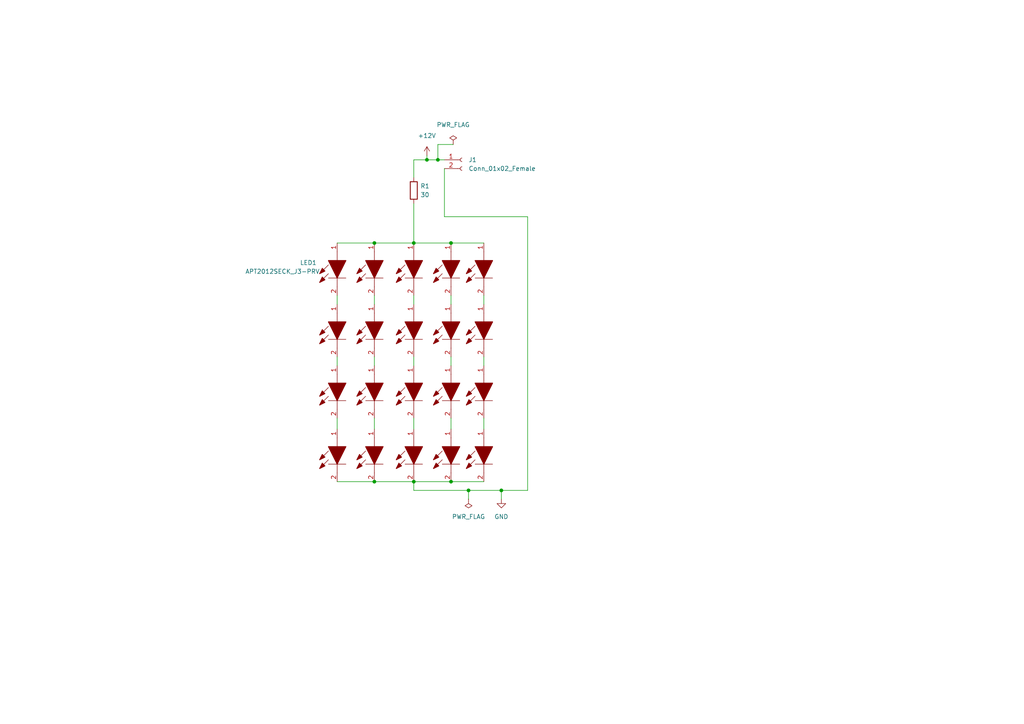
<source format=kicad_sch>
(kicad_sch (version 20211123) (generator eeschema)
  (paper "A4")
  (lib_symbols
    (symbol "APT2012SECK_J3-PRV:APT2012SECK_J3-PRV" (pin_names (offset 0.762))
      (property "Reference" "LED" (at 12.7 8.89 0))
      (property "Value" "APT2012SECK_J3-PRV" (at 12.7 6.35 0))
      (symbol "APT2012SECK_J3-PRV_0_0"
        (pin passive line (at 15.24 0 180) (length 2.54) (name "~") (number "1"))
        (pin passive line (at 0 0 0) (length 2.54) (name "~") (number "2"))
      )
      (symbol "APT2012SECK_J3-PRV_0_1"
        (polyline (pts (xy 2.54 0) (xy 5.08 0)) (stroke (width 0.1524)))
        (polyline (pts (xy 5.08 2.54) (xy 5.08 -2.54)) (stroke (width 0.1524)))
        (polyline (pts (xy 6.35 2.54) (xy 3.81 5.08)) (stroke (width 0.1524)))
        (polyline (pts (xy 8.89 2.54) (xy 6.35 5.08)) (stroke (width 0.1524)))
        (polyline (pts (xy 10.16 0) (xy 12.7 0)) (stroke (width 0.1524)))
        (polyline (pts (xy 5.08 0) (xy 10.16 2.54) (xy 10.16 -2.54) (xy 5.08 0)) (stroke (width 0.254)) (fill (type outline)))
        (polyline (pts (xy 5.334 4.318) (xy 4.572 3.556) (xy 3.81 5.08) (xy 5.334 4.318)) (stroke (width 0.254)) (fill (type outline)))
        (polyline (pts (xy 7.874 4.318) (xy 7.112 3.556) (xy 6.35 5.08) (xy 7.874 4.318)) (stroke (width 0.254)) (fill (type outline)))
      )
    )
    (symbol "Connector:Conn_01x02_Female" (pin_names (offset 1.016) hide)
      (property "Reference" "J" (at 0 2.54 0))
      (property "Value" "Conn_01x02_Female" (at 0 -5.08 0))
      (symbol "Conn_01x02_Female_1_1"
        (arc (start 0 -2.032) (mid -0.508 -2.54) (end 0 -3.048) (stroke (width 0.1524)))
        (polyline (pts (xy -1.27 -2.54) (xy -0.508 -2.54)) (stroke (width 0.1524)))
        (polyline (pts (xy -1.27 0) (xy -0.508 0)) (stroke (width 0.1524)))
        (arc (start 0 0.508) (mid -0.508 0) (end 0 -0.508) (stroke (width 0.1524)))
        (pin passive line (at -5.08 0 0) (length 3.81) (name "Pin_1") (number "1"))
        (pin passive line (at -5.08 -2.54 0) (length 3.81) (name "Pin_2") (number "2"))
      )
    )
    (symbol "Device:R" (pin_numbers hide) (pin_names (offset 0))
      (property "Reference" "R" (at 2.032 0 90))
      (property "Value" "R" (at 0 0 90))
      (symbol "R_0_1"
        (rectangle (start -1.016 -2.54) (end 1.016 2.54) (stroke (width 0.254)))
      )
      (symbol "R_1_1"
        (pin passive line (at 0 3.81 270) (length 1.27) (name "~") (number "1"))
        (pin passive line (at 0 -3.81 90) (length 1.27) (name "~") (number "2"))
      )
    )
    (symbol "power:+12V" (power) (pin_names (offset 0))
      (property "Value" "+12V" (at 0 3.556 0))
      (symbol "+12V_0_1"
        (polyline (pts (xy -0.762 1.27) (xy 0 2.54)))
        (polyline (pts (xy 0 0) (xy 0 2.54)))
        (polyline (pts (xy 0 2.54) (xy 0.762 1.27)))
      )
      (symbol "+12V_1_1"
        (pin power_in line (at 0 0 90) (length 0) hide (name "+12V") (number "1"))
      )
    )
    (symbol "power:GND" (power) (pin_names (offset 0))
      (property "Value" "GND" (at 0 -3.81 0))
      (symbol "GND_0_1"
        (polyline (pts (xy 0 0) (xy 0 -1.27) (xy 1.27 -1.27) (xy 0 -2.54) (xy -1.27 -1.27) (xy 0 -1.27)))
      )
      (symbol "GND_1_1"
        (pin power_in line (at 0 0 270) (length 0) hide (name "GND") (number "1"))
      )
    )
    (symbol "power:PWR_FLAG" (power) (pin_numbers hide) (pin_names (offset 0) hide)
      (property "Value" "PWR_FLAG" (at 0 3.81 0))
      (symbol "PWR_FLAG_0_0"
        (pin power_out line (at 0 0 90) (length 0) (name "pwr") (number "1"))
      )
      (symbol "PWR_FLAG_0_1"
        (polyline (pts (xy 0 0) (xy 0 1.27) (xy -1.016 1.905) (xy 0 2.54) (xy 1.016 1.905) (xy 0 1.27)))
      )
    )
  )
  (junction (at 120.015 70.485))
  (junction (at 120.015 139.7))
  (junction (at 108.585 70.485))
  (junction (at 130.81 139.7))
  (junction (at 127 46.355))
  (junction (at 145.415 142.24))
  (junction (at 130.81 70.485))
  (junction (at 108.585 139.7))
  (junction (at 135.89 142.24))
  (junction (at 123.825 46.355))
  (wire (pts (xy 120.015 121.285) (xy 120.015 124.46)))
  (wire (pts (xy 135.89 144.78) (xy 135.89 142.24)))
  (wire (pts (xy 153.035 62.865) (xy 153.035 142.24)))
  (wire (pts (xy 131.445 41.91) (xy 127 41.91)))
  (wire (pts (xy 140.335 121.285) (xy 140.335 124.46)))
  (wire (pts (xy 123.825 45.085) (xy 123.825 46.355)))
  (wire (pts (xy 130.81 70.485) (xy 140.335 70.485)))
  (wire (pts (xy 120.015 51.435) (xy 120.015 46.355)))
  (wire (pts (xy 128.905 48.895) (xy 128.905 62.865)))
  (wire (pts (xy 108.585 70.485) (xy 120.015 70.485)))
  (wire (pts (xy 127 41.91) (xy 127 46.355)))
  (wire (pts (xy 97.79 121.285) (xy 97.79 124.46)))
  (wire (pts (xy 108.585 121.285) (xy 108.585 124.46)))
  (wire (pts (xy 127 46.355) (xy 128.905 46.355)))
  (wire (pts (xy 128.905 62.865) (xy 153.035 62.865)))
  (wire (pts (xy 108.585 85.725) (xy 108.585 88.265)))
  (wire (pts (xy 120.015 103.505) (xy 120.015 106.045)))
  (wire (pts (xy 97.79 103.505) (xy 97.79 106.045)))
  (wire (pts (xy 120.015 59.055) (xy 120.015 70.485)))
  (wire (pts (xy 140.335 103.505) (xy 140.335 106.045)))
  (wire (pts (xy 120.015 85.725) (xy 120.015 88.265)))
  (wire (pts (xy 97.79 139.7) (xy 108.585 139.7)))
  (wire (pts (xy 97.79 85.725) (xy 97.79 88.265)))
  (wire (pts (xy 120.015 46.355) (xy 123.825 46.355)))
  (wire (pts (xy 130.81 139.7) (xy 140.335 139.7)))
  (wire (pts (xy 123.825 46.355) (xy 127 46.355)))
  (wire (pts (xy 130.81 103.505) (xy 130.81 106.045)))
  (wire (pts (xy 120.015 139.7) (xy 130.81 139.7)))
  (wire (pts (xy 135.89 142.24) (xy 145.415 142.24)))
  (wire (pts (xy 145.415 142.24) (xy 145.415 144.78)))
  (wire (pts (xy 120.015 142.24) (xy 135.89 142.24)))
  (wire (pts (xy 108.585 103.505) (xy 108.585 106.045)))
  (wire (pts (xy 97.79 70.485) (xy 108.585 70.485)))
  (wire (pts (xy 130.81 85.725) (xy 130.81 88.265)))
  (wire (pts (xy 130.81 121.285) (xy 130.81 124.46)))
  (wire (pts (xy 140.335 85.725) (xy 140.335 88.265)))
  (wire (pts (xy 120.015 70.485) (xy 130.81 70.485)))
  (wire (pts (xy 153.035 142.24) (xy 145.415 142.24)))
  (wire (pts (xy 120.015 139.7) (xy 120.015 142.24)))
  (wire (pts (xy 108.585 139.7) (xy 120.015 139.7)))
  (symbol (lib_id "APT2012SECK_J3-PRV:APT2012SECK_J3-PRV") (at 97.79 103.505 90) (unit 1)
    (property "Reference" "LED2" (effects hide))
    (property "Value" "APT2012SECK_J3-PRV" (effects hide))
    (property "Footprint" "LED APT2012SECK_J3-PRV:APT2012SECKJ3PRV" (effects hide))
    (property "Datasheet" "https://www.mouser.de/datasheet/2/216/APT2012SECK-J3-PRV-1173389.pdf" (effects hide))
    (property "Description" "Standard LEDs - SMD SMD CHIP LED LAMP 2.0x1.25mm HYPER RED" (effects hide))
    (property "Height" "0.85" (effects hide))
    (property "Mouser Part Number" "604-APT2012SECKJ3PRV" (effects hide))
    (property "Mouser Price/Stock" "https://www.mouser.co.uk/ProductDetail/Kingbright/APT2012SECK-J3-PRV?qs=D2TOvUWgdJ6T9J6WfI%252BQOg%3D%3D" (effects hide))
    (property "Manufacturer_Name" "Kingbright" (effects hide))
    (property "Manufacturer_Part_Number" "APT2012SECK/J3-PRV" (effects hide))
  )
  (symbol (lib_id "power:PWR_FLAG") (at 135.89 144.78 180) (unit 1)
    (property "Reference" "#FLG0102" (effects hide))
    (property "Value" "PWR_FLAG" (at 135.89 149.86 0))
  )
  (symbol (lib_id "Device:R") (at 120.015 55.245 0) (unit 1)
    (property "Reference" "R1" (at 121.92 53.9749 0) (effects (justify left)))
    (property "Value" "30" (at 121.92 56.5149 0) (effects (justify left)))
    (property "Footprint" "Resistor_SMD:R_0603_1608Metric_Pad0.98x0.95mm_HandSolder" (effects hide))
  )
  (symbol (lib_id "APT2012SECK_J3-PRV:APT2012SECK_J3-PRV") (at 140.335 85.725 90) (unit 1)
    (property "Reference" "LED17" (effects hide))
    (property "Value" "APT2012SECK_J3-PRV" (effects hide))
    (property "Footprint" "LED APT2012SECK_J3-PRV:APT2012SECKJ3PRV" (effects hide))
    (property "Datasheet" "https://www.mouser.de/datasheet/2/216/APT2012SECK-J3-PRV-1173389.pdf" (effects hide))
    (property "Description" "Standard LEDs - SMD SMD CHIP LED LAMP 2.0x1.25mm HYPER RED" (effects hide))
    (property "Height" "0.85" (effects hide))
    (property "Mouser Part Number" "604-APT2012SECKJ3PRV" (effects hide))
    (property "Mouser Price/Stock" "https://www.mouser.co.uk/ProductDetail/Kingbright/APT2012SECK-J3-PRV?qs=D2TOvUWgdJ6T9J6WfI%252BQOg%3D%3D" (effects hide))
    (property "Manufacturer_Name" "Kingbright" (effects hide))
    (property "Manufacturer_Part_Number" "APT2012SECK/J3-PRV" (effects hide))
  )
  (symbol (lib_id "APT2012SECK_J3-PRV:APT2012SECK_J3-PRV") (at 97.79 139.7 90) (unit 1)
    (property "Reference" "LED4" (effects hide))
    (property "Value" "APT2012SECK_J3-PRV" (effects hide))
    (property "Footprint" "LED APT2012SECK_J3-PRV:APT2012SECKJ3PRV" (effects hide))
    (property "Datasheet" "https://www.mouser.de/datasheet/2/216/APT2012SECK-J3-PRV-1173389.pdf" (effects hide))
    (property "Description" "Standard LEDs - SMD SMD CHIP LED LAMP 2.0x1.25mm HYPER RED" (effects hide))
    (property "Height" "0.85" (effects hide))
    (property "Mouser Part Number" "604-APT2012SECKJ3PRV" (effects hide))
    (property "Mouser Price/Stock" "https://www.mouser.co.uk/ProductDetail/Kingbright/APT2012SECK-J3-PRV?qs=D2TOvUWgdJ6T9J6WfI%252BQOg%3D%3D" (effects hide))
    (property "Manufacturer_Name" "Kingbright" (effects hide))
    (property "Manufacturer_Part_Number" "APT2012SECK/J3-PRV" (effects hide))
  )
  (symbol (lib_id "APT2012SECK_J3-PRV:APT2012SECK_J3-PRV") (at 120.015 121.285 90) (unit 1)
    (property "Reference" "LED11" (effects hide))
    (property "Value" "APT2012SECK_J3-PRV" (effects hide))
    (property "Footprint" "LED APT2012SECK_J3-PRV:APT2012SECKJ3PRV" (effects hide))
    (property "Datasheet" "https://www.mouser.de/datasheet/2/216/APT2012SECK-J3-PRV-1173389.pdf" (effects hide))
    (property "Description" "Standard LEDs - SMD SMD CHIP LED LAMP 2.0x1.25mm HYPER RED" (effects hide))
    (property "Height" "0.85" (effects hide))
    (property "Mouser Part Number" "604-APT2012SECKJ3PRV" (effects hide))
    (property "Mouser Price/Stock" "https://www.mouser.co.uk/ProductDetail/Kingbright/APT2012SECK-J3-PRV?qs=D2TOvUWgdJ6T9J6WfI%252BQOg%3D%3D" (effects hide))
    (property "Manufacturer_Name" "Kingbright" (effects hide))
    (property "Manufacturer_Part_Number" "APT2012SECK/J3-PRV" (effects hide))
  )
  (symbol (lib_id "APT2012SECK_J3-PRV:APT2012SECK_J3-PRV") (at 130.81 85.725 90) (unit 1)
    (property "Reference" "LED13" (effects hide))
    (property "Value" "APT2012SECK_J3-PRV" (effects hide))
    (property "Footprint" "LED APT2012SECK_J3-PRV:APT2012SECKJ3PRV" (effects hide))
    (property "Datasheet" "https://www.mouser.de/datasheet/2/216/APT2012SECK-J3-PRV-1173389.pdf" (effects hide))
    (property "Description" "Standard LEDs - SMD SMD CHIP LED LAMP 2.0x1.25mm HYPER RED" (effects hide))
    (property "Height" "0.85" (effects hide))
    (property "Mouser Part Number" "604-APT2012SECKJ3PRV" (effects hide))
    (property "Mouser Price/Stock" "https://www.mouser.co.uk/ProductDetail/Kingbright/APT2012SECK-J3-PRV?qs=D2TOvUWgdJ6T9J6WfI%252BQOg%3D%3D" (effects hide))
    (property "Manufacturer_Name" "Kingbright" (effects hide))
    (property "Manufacturer_Part_Number" "APT2012SECK/J3-PRV" (effects hide))
  )
  (symbol (lib_id "APT2012SECK_J3-PRV:APT2012SECK_J3-PRV") (at 108.585 103.505 90) (unit 1)
    (property "Reference" "LED6" (effects hide))
    (property "Value" "APT2012SECK_J3-PRV" (effects hide))
    (property "Footprint" "LED APT2012SECK_J3-PRV:APT2012SECKJ3PRV" (effects hide))
    (property "Datasheet" "https://www.mouser.de/datasheet/2/216/APT2012SECK-J3-PRV-1173389.pdf" (effects hide))
    (property "Description" "Standard LEDs - SMD SMD CHIP LED LAMP 2.0x1.25mm HYPER RED" (effects hide))
    (property "Height" "0.85" (effects hide))
    (property "Mouser Part Number" "604-APT2012SECKJ3PRV" (effects hide))
    (property "Mouser Price/Stock" "https://www.mouser.co.uk/ProductDetail/Kingbright/APT2012SECK-J3-PRV?qs=D2TOvUWgdJ6T9J6WfI%252BQOg%3D%3D" (effects hide))
    (property "Manufacturer_Name" "Kingbright" (effects hide))
    (property "Manufacturer_Part_Number" "APT2012SECK/J3-PRV" (effects hide))
  )
  (symbol (lib_id "APT2012SECK_J3-PRV:APT2012SECK_J3-PRV") (at 108.585 139.7 90) (unit 1)
    (property "Reference" "LED8" (effects hide))
    (property "Value" "APT2012SECK_J3-PRV" (effects hide))
    (property "Footprint" "LED APT2012SECK_J3-PRV:APT2012SECKJ3PRV" (effects hide))
    (property "Datasheet" "https://www.mouser.de/datasheet/2/216/APT2012SECK-J3-PRV-1173389.pdf" (effects hide))
    (property "Description" "Standard LEDs - SMD SMD CHIP LED LAMP 2.0x1.25mm HYPER RED" (effects hide))
    (property "Height" "0.85" (effects hide))
    (property "Mouser Part Number" "604-APT2012SECKJ3PRV" (effects hide))
    (property "Mouser Price/Stock" "https://www.mouser.co.uk/ProductDetail/Kingbright/APT2012SECK-J3-PRV?qs=D2TOvUWgdJ6T9J6WfI%252BQOg%3D%3D" (effects hide))
    (property "Manufacturer_Name" "Kingbright" (effects hide))
    (property "Manufacturer_Part_Number" "APT2012SECK/J3-PRV" (effects hide))
  )
  (symbol (lib_id "APT2012SECK_J3-PRV:APT2012SECK_J3-PRV") (at 108.585 85.725 90) (unit 1)
    (property "Reference" "LED5" (effects hide))
    (property "Value" "APT2012SECK_J3-PRV" (effects hide))
    (property "Footprint" "LED APT2012SECK_J3-PRV:APT2012SECKJ3PRV" (effects hide))
    (property "Datasheet" "https://www.mouser.de/datasheet/2/216/APT2012SECK-J3-PRV-1173389.pdf" (effects hide))
    (property "Description" "Standard LEDs - SMD SMD CHIP LED LAMP 2.0x1.25mm HYPER RED" (effects hide))
    (property "Height" "0.85" (effects hide))
    (property "Mouser Part Number" "604-APT2012SECKJ3PRV" (effects hide))
    (property "Mouser Price/Stock" "https://www.mouser.co.uk/ProductDetail/Kingbright/APT2012SECK-J3-PRV?qs=D2TOvUWgdJ6T9J6WfI%252BQOg%3D%3D" (effects hide))
    (property "Manufacturer_Name" "Kingbright" (effects hide))
    (property "Manufacturer_Part_Number" "APT2012SECK/J3-PRV" (effects hide))
  )
  (symbol (lib_id "Connector:Conn_01x02_Female") (at 133.985 46.355 0) (unit 1)
    (property "Reference" "J1" (at 135.89 46.3549 0) (effects (justify left)))
    (property "Value" "Conn_01x02_Female" (at 135.89 48.8949 0) (effects (justify left)))
    (property "Footprint" "Connector 215760-1002:215760-YY02" (effects hide))
  )
  (symbol (lib_id "APT2012SECK_J3-PRV:APT2012SECK_J3-PRV") (at 97.79 121.285 90) (unit 1)
    (property "Reference" "LED3" (effects hide))
    (property "Value" "APT2012SECK_J3-PRV" (effects hide))
    (property "Footprint" "LED APT2012SECK_J3-PRV:APT2012SECKJ3PRV" (effects hide))
    (property "Datasheet" "https://www.mouser.de/datasheet/2/216/APT2012SECK-J3-PRV-1173389.pdf" (effects hide))
    (property "Description" "Standard LEDs - SMD SMD CHIP LED LAMP 2.0x1.25mm HYPER RED" (effects hide))
    (property "Height" "0.85" (effects hide))
    (property "Mouser Part Number" "604-APT2012SECKJ3PRV" (effects hide))
    (property "Mouser Price/Stock" "https://www.mouser.co.uk/ProductDetail/Kingbright/APT2012SECK-J3-PRV?qs=D2TOvUWgdJ6T9J6WfI%252BQOg%3D%3D" (effects hide))
    (property "Manufacturer_Name" "Kingbright" (effects hide))
    (property "Manufacturer_Part_Number" "APT2012SECK/J3-PRV" (effects hide))
  )
  (symbol (lib_id "APT2012SECK_J3-PRV:APT2012SECK_J3-PRV") (at 140.335 139.7 90) (unit 1)
    (property "Reference" "LED20" (effects hide))
    (property "Value" "APT2012SECK_J3-PRV" (effects hide))
    (property "Footprint" "LED APT2012SECK_J3-PRV:APT2012SECKJ3PRV" (effects hide))
    (property "Datasheet" "https://www.mouser.de/datasheet/2/216/APT2012SECK-J3-PRV-1173389.pdf" (effects hide))
    (property "Description" "Standard LEDs - SMD SMD CHIP LED LAMP 2.0x1.25mm HYPER RED" (effects hide))
    (property "Height" "0.85" (effects hide))
    (property "Mouser Part Number" "604-APT2012SECKJ3PRV" (effects hide))
    (property "Mouser Price/Stock" "https://www.mouser.co.uk/ProductDetail/Kingbright/APT2012SECK-J3-PRV?qs=D2TOvUWgdJ6T9J6WfI%252BQOg%3D%3D" (effects hide))
    (property "Manufacturer_Name" "Kingbright" (effects hide))
    (property "Manufacturer_Part_Number" "APT2012SECK/J3-PRV" (effects hide))
  )
  (symbol (lib_id "APT2012SECK_J3-PRV:APT2012SECK_J3-PRV") (at 130.81 121.285 90) (unit 1)
    (property "Reference" "LED15" (effects hide))
    (property "Value" "APT2012SECK_J3-PRV" (effects hide))
    (property "Footprint" "LED APT2012SECK_J3-PRV:APT2012SECKJ3PRV" (effects hide))
    (property "Datasheet" "https://www.mouser.de/datasheet/2/216/APT2012SECK-J3-PRV-1173389.pdf" (effects hide))
    (property "Description" "Standard LEDs - SMD SMD CHIP LED LAMP 2.0x1.25mm HYPER RED" (effects hide))
    (property "Height" "0.85" (effects hide))
    (property "Mouser Part Number" "604-APT2012SECKJ3PRV" (effects hide))
    (property "Mouser Price/Stock" "https://www.mouser.co.uk/ProductDetail/Kingbright/APT2012SECK-J3-PRV?qs=D2TOvUWgdJ6T9J6WfI%252BQOg%3D%3D" (effects hide))
    (property "Manufacturer_Name" "Kingbright" (effects hide))
    (property "Manufacturer_Part_Number" "APT2012SECK/J3-PRV" (effects hide))
  )
  (symbol (lib_id "APT2012SECK_J3-PRV:APT2012SECK_J3-PRV") (at 140.335 121.285 90) (unit 1)
    (property "Reference" "LED19" (effects hide))
    (property "Value" "APT2012SECK_J3-PRV" (effects hide))
    (property "Footprint" "LED APT2012SECK_J3-PRV:APT2012SECKJ3PRV" (effects hide))
    (property "Datasheet" "https://www.mouser.de/datasheet/2/216/APT2012SECK-J3-PRV-1173389.pdf" (effects hide))
    (property "Description" "Standard LEDs - SMD SMD CHIP LED LAMP 2.0x1.25mm HYPER RED" (effects hide))
    (property "Height" "0.85" (effects hide))
    (property "Mouser Part Number" "604-APT2012SECKJ3PRV" (effects hide))
    (property "Mouser Price/Stock" "https://www.mouser.co.uk/ProductDetail/Kingbright/APT2012SECK-J3-PRV?qs=D2TOvUWgdJ6T9J6WfI%252BQOg%3D%3D" (effects hide))
    (property "Manufacturer_Name" "Kingbright" (effects hide))
    (property "Manufacturer_Part_Number" "APT2012SECK/J3-PRV" (effects hide))
  )
  (symbol (lib_id "APT2012SECK_J3-PRV:APT2012SECK_J3-PRV") (at 120.015 85.725 90) (unit 1)
    (property "Reference" "LED9" (effects hide))
    (property "Value" "APT2012SECK_J3-PRV" (effects hide))
    (property "Footprint" "LED APT2012SECK_J3-PRV:APT2012SECKJ3PRV" (effects hide))
    (property "Datasheet" "https://www.mouser.de/datasheet/2/216/APT2012SECK-J3-PRV-1173389.pdf" (effects hide))
    (property "Description" "Standard LEDs - SMD SMD CHIP LED LAMP 2.0x1.25mm HYPER RED" (effects hide))
    (property "Height" "0.85" (effects hide))
    (property "Mouser Part Number" "604-APT2012SECKJ3PRV" (effects hide))
    (property "Mouser Price/Stock" "https://www.mouser.co.uk/ProductDetail/Kingbright/APT2012SECK-J3-PRV?qs=D2TOvUWgdJ6T9J6WfI%252BQOg%3D%3D" (effects hide))
    (property "Manufacturer_Name" "Kingbright" (effects hide))
    (property "Manufacturer_Part_Number" "APT2012SECK/J3-PRV" (effects hide))
  )
  (symbol (lib_id "APT2012SECK_J3-PRV:APT2012SECK_J3-PRV") (at 120.015 139.7 90) (unit 1)
    (property "Reference" "LED12" (effects hide))
    (property "Value" "APT2012SECK_J3-PRV" (effects hide))
    (property "Footprint" "LED APT2012SECK_J3-PRV:APT2012SECKJ3PRV" (effects hide))
    (property "Datasheet" "https://www.mouser.de/datasheet/2/216/APT2012SECK-J3-PRV-1173389.pdf" (effects hide))
    (property "Description" "Standard LEDs - SMD SMD CHIP LED LAMP 2.0x1.25mm HYPER RED" (effects hide))
    (property "Height" "0.85" (effects hide))
    (property "Mouser Part Number" "604-APT2012SECKJ3PRV" (effects hide))
    (property "Mouser Price/Stock" "https://www.mouser.co.uk/ProductDetail/Kingbright/APT2012SECK-J3-PRV?qs=D2TOvUWgdJ6T9J6WfI%252BQOg%3D%3D" (effects hide))
    (property "Manufacturer_Name" "Kingbright" (effects hide))
    (property "Manufacturer_Part_Number" "APT2012SECK/J3-PRV" (effects hide))
  )
  (symbol (lib_id "power:PWR_FLAG") (at 131.445 41.91 0) (unit 1)
    (property "Reference" "#FLG0101" (effects hide))
    (property "Value" "PWR_FLAG" (at 131.445 36.195 0))
  )
  (symbol (lib_id "power:+12V") (at 123.825 45.085 0) (unit 1)
    (property "Reference" "#PWR0103" (effects hide))
    (property "Value" "+12V" (at 123.825 39.37 0))
  )
  (symbol (lib_id "APT2012SECK_J3-PRV:APT2012SECK_J3-PRV") (at 108.585 121.285 90) (unit 1)
    (property "Reference" "LED7" (effects hide))
    (property "Value" "APT2012SECK_J3-PRV" (effects hide))
    (property "Footprint" "LED APT2012SECK_J3-PRV:APT2012SECKJ3PRV" (effects hide))
    (property "Datasheet" "https://www.mouser.de/datasheet/2/216/APT2012SECK-J3-PRV-1173389.pdf" (effects hide))
    (property "Description" "Standard LEDs - SMD SMD CHIP LED LAMP 2.0x1.25mm HYPER RED" (effects hide))
    (property "Height" "0.85" (effects hide))
    (property "Mouser Part Number" "604-APT2012SECKJ3PRV" (effects hide))
    (property "Mouser Price/Stock" "https://www.mouser.co.uk/ProductDetail/Kingbright/APT2012SECK-J3-PRV?qs=D2TOvUWgdJ6T9J6WfI%252BQOg%3D%3D" (effects hide))
    (property "Manufacturer_Name" "Kingbright" (effects hide))
    (property "Manufacturer_Part_Number" "APT2012SECK/J3-PRV" (effects hide))
  )
  (symbol (lib_id "APT2012SECK_J3-PRV:APT2012SECK_J3-PRV") (at 130.81 103.505 90) (unit 1)
    (property "Reference" "LED14" (effects hide))
    (property "Value" "APT2012SECK_J3-PRV" (effects hide))
    (property "Footprint" "LED APT2012SECK_J3-PRV:APT2012SECKJ3PRV" (effects hide))
    (property "Datasheet" "https://www.mouser.de/datasheet/2/216/APT2012SECK-J3-PRV-1173389.pdf" (effects hide))
    (property "Description" "Standard LEDs - SMD SMD CHIP LED LAMP 2.0x1.25mm HYPER RED" (effects hide))
    (property "Height" "0.85" (effects hide))
    (property "Mouser Part Number" "604-APT2012SECKJ3PRV" (effects hide))
    (property "Mouser Price/Stock" "https://www.mouser.co.uk/ProductDetail/Kingbright/APT2012SECK-J3-PRV?qs=D2TOvUWgdJ6T9J6WfI%252BQOg%3D%3D" (effects hide))
    (property "Manufacturer_Name" "Kingbright" (effects hide))
    (property "Manufacturer_Part_Number" "APT2012SECK/J3-PRV" (effects hide))
  )
  (symbol (lib_id "power:GND") (at 145.415 144.78 0) (unit 1)
    (property "Reference" "#PWR0101" (effects hide))
    (property "Value" "GND" (at 145.415 149.86 0))
  )
  (symbol (lib_id "APT2012SECK_J3-PRV:APT2012SECK_J3-PRV") (at 130.81 139.7 90) (unit 1)
    (property "Reference" "LED16" (effects hide))
    (property "Value" "APT2012SECK_J3-PRV" (effects hide))
    (property "Footprint" "LED APT2012SECK_J3-PRV:APT2012SECKJ3PRV" (effects hide))
    (property "Datasheet" "https://www.mouser.de/datasheet/2/216/APT2012SECK-J3-PRV-1173389.pdf" (effects hide))
    (property "Description" "Standard LEDs - SMD SMD CHIP LED LAMP 2.0x1.25mm HYPER RED" (effects hide))
    (property "Height" "0.85" (effects hide))
    (property "Mouser Part Number" "604-APT2012SECKJ3PRV" (effects hide))
    (property "Mouser Price/Stock" "https://www.mouser.co.uk/ProductDetail/Kingbright/APT2012SECK-J3-PRV?qs=D2TOvUWgdJ6T9J6WfI%252BQOg%3D%3D" (effects hide))
    (property "Manufacturer_Name" "Kingbright" (effects hide))
    (property "Manufacturer_Part_Number" "APT2012SECK/J3-PRV" (effects hide))
  )
  (symbol (lib_id "APT2012SECK_J3-PRV:APT2012SECK_J3-PRV") (at 140.335 103.505 90) (unit 1)
    (property "Reference" "LED18" (effects hide))
    (property "Value" "APT2012SECK_J3-PRV" (effects hide))
    (property "Footprint" "LED APT2012SECK_J3-PRV:APT2012SECKJ3PRV" (effects hide))
    (property "Datasheet" "https://www.mouser.de/datasheet/2/216/APT2012SECK-J3-PRV-1173389.pdf" (effects hide))
    (property "Description" "Standard LEDs - SMD SMD CHIP LED LAMP 2.0x1.25mm HYPER RED" (effects hide))
    (property "Height" "0.85" (effects hide))
    (property "Mouser Part Number" "604-APT2012SECKJ3PRV" (effects hide))
    (property "Mouser Price/Stock" "https://www.mouser.co.uk/ProductDetail/Kingbright/APT2012SECK-J3-PRV?qs=D2TOvUWgdJ6T9J6WfI%252BQOg%3D%3D" (effects hide))
    (property "Manufacturer_Name" "Kingbright" (effects hide))
    (property "Manufacturer_Part_Number" "APT2012SECK/J3-PRV" (effects hide))
  )
  (symbol (lib_id "APT2012SECK_J3-PRV:APT2012SECK_J3-PRV") (at 120.015 103.505 90) (unit 1)
    (property "Reference" "LED10" (effects hide))
    (property "Value" "APT2012SECK_J3-PRV" (effects hide))
    (property "Footprint" "LED APT2012SECK_J3-PRV:APT2012SECKJ3PRV" (effects hide))
    (property "Datasheet" "https://www.mouser.de/datasheet/2/216/APT2012SECK-J3-PRV-1173389.pdf" (effects hide))
    (property "Description" "Standard LEDs - SMD SMD CHIP LED LAMP 2.0x1.25mm HYPER RED" (effects hide))
    (property "Height" "0.85" (effects hide))
    (property "Mouser Part Number" "604-APT2012SECKJ3PRV" (effects hide))
    (property "Mouser Price/Stock" "https://www.mouser.co.uk/ProductDetail/Kingbright/APT2012SECK-J3-PRV?qs=D2TOvUWgdJ6T9J6WfI%252BQOg%3D%3D" (effects hide))
    (property "Manufacturer_Name" "Kingbright" (effects hide))
    (property "Manufacturer_Part_Number" "APT2012SECK/J3-PRV" (effects hide))
  )
  (symbol (lib_id "APT2012SECK_J3-PRV:APT2012SECK_J3-PRV") (at 97.79 85.725 90) (unit 1)
    (property "Reference" "LED1" (at 86.995 76.2 90) (effects (justify right)))
    (property "Value" "APT2012SECK_J3-PRV" (at 71.12 78.74 90) (effects (justify right)))
    (property "Footprint" "LED APT2012SECK_J3-PRV:APT2012SECKJ3PRV" (effects hide))
    (property "Datasheet" "https://www.mouser.de/datasheet/2/216/APT2012SECK-J3-PRV-1173389.pdf" (effects hide))
    (property "Description" "Standard LEDs - SMD SMD CHIP LED LAMP 2.0x1.25mm HYPER RED" (effects hide))
    (property "Height" "0.85" (effects hide))
    (property "Mouser Part Number" "604-APT2012SECKJ3PRV" (effects hide))
    (property "Mouser Price/Stock" "https://www.mouser.co.uk/ProductDetail/Kingbright/APT2012SECK-J3-PRV?qs=D2TOvUWgdJ6T9J6WfI%252BQOg%3D%3D" (effects hide))
    (property "Manufacturer_Name" "Kingbright" (effects hide))
    (property "Manufacturer_Part_Number" "APT2012SECK/J3-PRV" (effects hide))
  )
)
</source>
